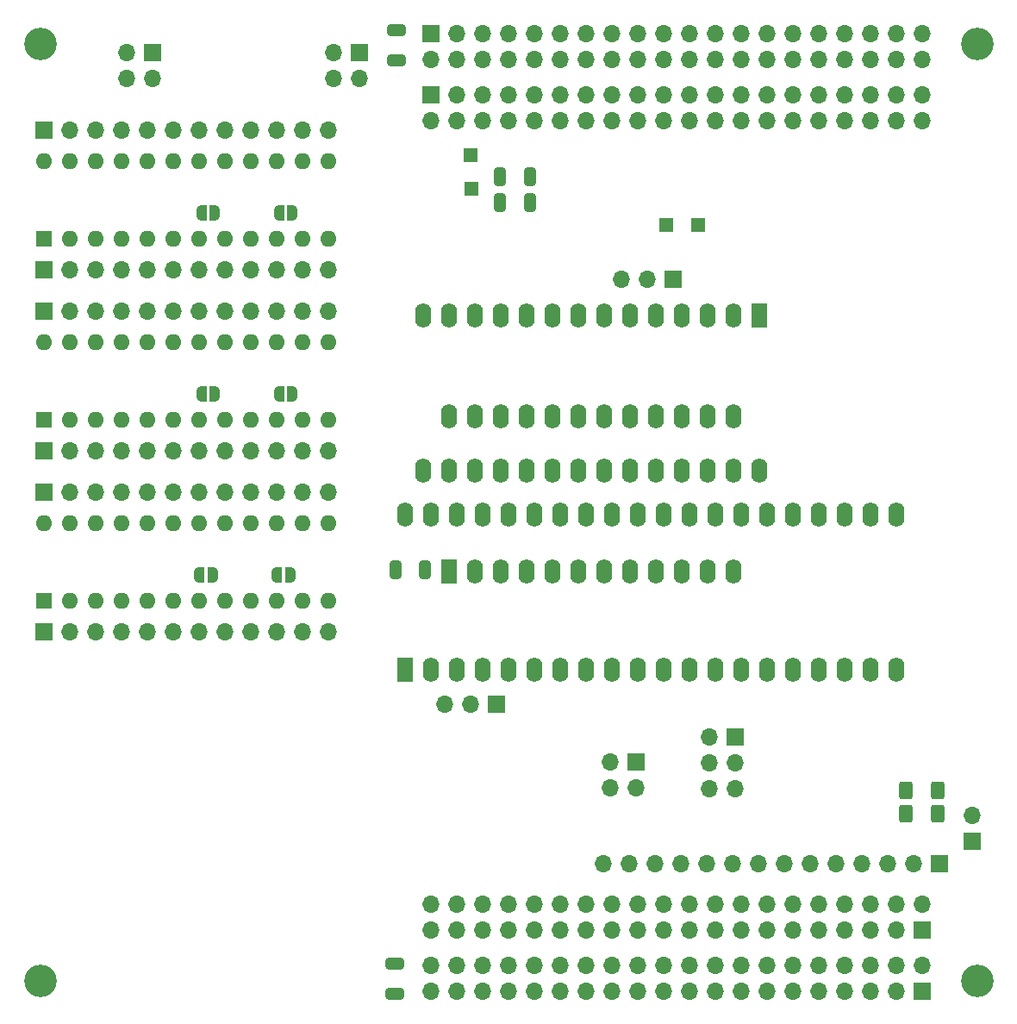
<source format=gbr>
%TF.GenerationSoftware,KiCad,Pcbnew,8.0.5-8.0.5-0~ubuntu22.04.1*%
%TF.CreationDate,2024-10-05T20:40:55+02:00*%
%TF.ProjectId,MOT_SerialBoard,4d4f545f-5365-4726-9961-6c426f617264,rev?*%
%TF.SameCoordinates,Original*%
%TF.FileFunction,Soldermask,Bot*%
%TF.FilePolarity,Negative*%
%FSLAX46Y46*%
G04 Gerber Fmt 4.6, Leading zero omitted, Abs format (unit mm)*
G04 Created by KiCad (PCBNEW 8.0.5-8.0.5-0~ubuntu22.04.1) date 2024-10-05 20:40:55*
%MOMM*%
%LPD*%
G01*
G04 APERTURE LIST*
G04 Aperture macros list*
%AMRoundRect*
0 Rectangle with rounded corners*
0 $1 Rounding radius*
0 $2 $3 $4 $5 $6 $7 $8 $9 X,Y pos of 4 corners*
0 Add a 4 corners polygon primitive as box body*
4,1,4,$2,$3,$4,$5,$6,$7,$8,$9,$2,$3,0*
0 Add four circle primitives for the rounded corners*
1,1,$1+$1,$2,$3*
1,1,$1+$1,$4,$5*
1,1,$1+$1,$6,$7*
1,1,$1+$1,$8,$9*
0 Add four rect primitives between the rounded corners*
20,1,$1+$1,$2,$3,$4,$5,0*
20,1,$1+$1,$4,$5,$6,$7,0*
20,1,$1+$1,$6,$7,$8,$9,0*
20,1,$1+$1,$8,$9,$2,$3,0*%
%AMFreePoly0*
4,1,19,0.500000,-0.750000,0.000000,-0.750000,0.000000,-0.744911,-0.071157,-0.744911,-0.207708,-0.704816,-0.327430,-0.627875,-0.420627,-0.520320,-0.479746,-0.390866,-0.500000,-0.250000,-0.500000,0.250000,-0.479746,0.390866,-0.420627,0.520320,-0.327430,0.627875,-0.207708,0.704816,-0.071157,0.744911,0.000000,0.744911,0.000000,0.750000,0.500000,0.750000,0.500000,-0.750000,0.500000,-0.750000,
$1*%
%AMFreePoly1*
4,1,19,0.000000,0.744911,0.071157,0.744911,0.207708,0.704816,0.327430,0.627875,0.420627,0.520320,0.479746,0.390866,0.500000,0.250000,0.500000,-0.250000,0.479746,-0.390866,0.420627,-0.520320,0.327430,-0.627875,0.207708,-0.704816,0.071157,-0.744911,0.000000,-0.744911,0.000000,-0.750000,-0.500000,-0.750000,-0.500000,0.750000,0.000000,0.750000,0.000000,0.744911,0.000000,0.744911,
$1*%
G04 Aperture macros list end*
%ADD10FreePoly0,180.000000*%
%ADD11FreePoly1,180.000000*%
%ADD12R,1.700000X1.700000*%
%ADD13O,1.700000X1.700000*%
%ADD14R,1.600000X1.600000*%
%ADD15O,1.600000X1.600000*%
%ADD16R,1.600000X2.400000*%
%ADD17O,1.600000X2.400000*%
%ADD18R,1.350000X1.350000*%
%ADD19C,3.200000*%
%ADD20RoundRect,0.250000X-0.650000X0.325000X-0.650000X-0.325000X0.650000X-0.325000X0.650000X0.325000X0*%
%ADD21RoundRect,0.250000X-0.400000X-0.625000X0.400000X-0.625000X0.400000X0.625000X-0.400000X0.625000X0*%
%ADD22RoundRect,0.250000X-0.325000X-0.650000X0.325000X-0.650000X0.325000X0.650000X-0.325000X0.650000X0*%
%ADD23RoundRect,0.250000X0.650000X-0.325000X0.650000X0.325000X-0.650000X0.325000X-0.650000X-0.325000X0*%
G04 APERTURE END LIST*
D10*
%TO.C,JP12*%
X78740000Y-88392000D03*
D11*
X77440000Y-88392000D03*
%TD*%
D10*
%TO.C,JP11*%
X71120000Y-88392000D03*
D11*
X69820000Y-88392000D03*
%TD*%
%TO.C,JP10*%
X77216000Y-106166000D03*
D10*
X78516000Y-106166000D03*
%TD*%
D11*
%TO.C,JP7*%
X69596000Y-106172000D03*
D10*
X70896000Y-106172000D03*
%TD*%
D12*
%TO.C,J16*%
X54356000Y-80264000D03*
D13*
X56896000Y-80264000D03*
X59436000Y-80264000D03*
X61976000Y-80264000D03*
X64516000Y-80264000D03*
X67056000Y-80264000D03*
X69596000Y-80264000D03*
X72136000Y-80264000D03*
X74676000Y-80264000D03*
X77216000Y-80264000D03*
X79756000Y-80264000D03*
X82296000Y-80264000D03*
%TD*%
D14*
%TO.C,J15*%
X54356000Y-90932000D03*
D15*
X56896000Y-90932000D03*
X59436000Y-90932000D03*
X61976000Y-90932000D03*
X64516000Y-90932000D03*
X67056000Y-90932000D03*
X69596000Y-90932000D03*
X72136000Y-90932000D03*
X74676000Y-90932000D03*
X77216000Y-90932000D03*
X79756000Y-90932000D03*
X82296000Y-90932000D03*
X82296000Y-83312000D03*
X79756000Y-83312000D03*
X77216000Y-83312000D03*
X74676000Y-83312000D03*
X72136000Y-83312000D03*
X69596000Y-83312000D03*
X67056000Y-83312000D03*
X64516000Y-83312000D03*
X61976000Y-83312000D03*
X59436000Y-83312000D03*
X56896000Y-83312000D03*
X54356000Y-83312000D03*
%TD*%
D12*
%TO.C,J14*%
X54356000Y-93980000D03*
D13*
X56896000Y-93980000D03*
X59436000Y-93980000D03*
X61976000Y-93980000D03*
X64516000Y-93980000D03*
X67056000Y-93980000D03*
X69596000Y-93980000D03*
X72136000Y-93980000D03*
X74676000Y-93980000D03*
X77216000Y-93980000D03*
X79756000Y-93980000D03*
X82296000Y-93980000D03*
%TD*%
D12*
%TO.C,J13*%
X54356000Y-98044000D03*
D13*
X56896000Y-98044000D03*
X59436000Y-98044000D03*
X61976000Y-98044000D03*
X64516000Y-98044000D03*
X67056000Y-98044000D03*
X69596000Y-98044000D03*
X72136000Y-98044000D03*
X74676000Y-98044000D03*
X77216000Y-98044000D03*
X79756000Y-98044000D03*
X82296000Y-98044000D03*
%TD*%
D14*
%TO.C,J12*%
X54356000Y-108712000D03*
D15*
X56896000Y-108712000D03*
X59436000Y-108712000D03*
X61976000Y-108712000D03*
X64516000Y-108712000D03*
X67056000Y-108712000D03*
X69596000Y-108712000D03*
X72136000Y-108712000D03*
X74676000Y-108712000D03*
X77216000Y-108712000D03*
X79756000Y-108712000D03*
X82296000Y-108712000D03*
X82296000Y-101092000D03*
X79756000Y-101092000D03*
X77216000Y-101092000D03*
X74676000Y-101092000D03*
X72136000Y-101092000D03*
X69596000Y-101092000D03*
X67056000Y-101092000D03*
X64516000Y-101092000D03*
X61976000Y-101092000D03*
X59436000Y-101092000D03*
X56896000Y-101092000D03*
X54356000Y-101092000D03*
%TD*%
D12*
%TO.C,J7*%
X54356000Y-111760000D03*
D13*
X56896000Y-111760000D03*
X59436000Y-111760000D03*
X61976000Y-111760000D03*
X64516000Y-111760000D03*
X67056000Y-111760000D03*
X69596000Y-111760000D03*
X72136000Y-111760000D03*
X74676000Y-111760000D03*
X77216000Y-111760000D03*
X79756000Y-111760000D03*
X82296000Y-111760000D03*
%TD*%
D10*
%TO.C,JP6*%
X78740000Y-70612000D03*
D11*
X77440000Y-70612000D03*
%TD*%
D10*
%TO.C,JP5*%
X71120000Y-70612000D03*
D11*
X69820000Y-70612000D03*
%TD*%
D12*
%TO.C,J37*%
X54356000Y-62484000D03*
D13*
X56896000Y-62484000D03*
X59436000Y-62484000D03*
X61976000Y-62484000D03*
X64516000Y-62484000D03*
X67056000Y-62484000D03*
X69596000Y-62484000D03*
X72136000Y-62484000D03*
X74676000Y-62484000D03*
X77216000Y-62484000D03*
X79756000Y-62484000D03*
X82296000Y-62484000D03*
%TD*%
D12*
%TO.C,J27*%
X112531000Y-124479000D03*
D13*
X109991000Y-124479000D03*
X112531000Y-127019000D03*
X109991000Y-127019000D03*
%TD*%
D12*
%TO.C,J30*%
X65024000Y-54864000D03*
D13*
X62484000Y-54864000D03*
X65024000Y-57404000D03*
X62484000Y-57404000D03*
%TD*%
D12*
%TO.C,J1*%
X92367000Y-53000000D03*
D13*
X92367000Y-55540000D03*
X94907000Y-53000000D03*
X94907000Y-55540000D03*
X97447000Y-53000000D03*
X97447000Y-55540000D03*
X99987000Y-53000000D03*
X99987000Y-55540000D03*
X102527000Y-53000000D03*
X102527000Y-55540000D03*
X105067000Y-53000000D03*
X105067000Y-55540000D03*
X107607000Y-53000000D03*
X107607000Y-55540000D03*
X110147000Y-53000000D03*
X110147000Y-55540000D03*
X112687000Y-53000000D03*
X112687000Y-55540000D03*
X115227000Y-53000000D03*
X115227000Y-55540000D03*
X117767000Y-53000000D03*
X117767000Y-55540000D03*
X120307000Y-53000000D03*
X120307000Y-55540000D03*
X122847000Y-53000000D03*
X122847000Y-55540000D03*
X125387000Y-53000000D03*
X125387000Y-55540000D03*
X127927000Y-53000000D03*
X127927000Y-55540000D03*
X130467000Y-53000000D03*
X130467000Y-55540000D03*
X133007000Y-53000000D03*
X133007000Y-55540000D03*
X135547000Y-53000000D03*
X135547000Y-55540000D03*
X138087000Y-53000000D03*
X138087000Y-55540000D03*
X140627000Y-53000000D03*
X140627000Y-55540000D03*
%TD*%
D16*
%TO.C,U1*%
X124648000Y-80674800D03*
D17*
X122108000Y-80674800D03*
X119568000Y-80674800D03*
X117028000Y-80674800D03*
X114488000Y-80674800D03*
X111948000Y-80674800D03*
X109408000Y-80674800D03*
X106868000Y-80674800D03*
X104328000Y-80674800D03*
X101788000Y-80674800D03*
X99248000Y-80674800D03*
X96708000Y-80674800D03*
X94168000Y-80674800D03*
X91628000Y-80674800D03*
X91628000Y-95914800D03*
X94168000Y-95914800D03*
X96708000Y-95914800D03*
X99248000Y-95914800D03*
X101788000Y-95914800D03*
X104328000Y-95914800D03*
X106868000Y-95914800D03*
X109408000Y-95914800D03*
X111948000Y-95914800D03*
X114488000Y-95914800D03*
X117028000Y-95914800D03*
X119568000Y-95914800D03*
X122108000Y-95914800D03*
X124648000Y-95914800D03*
%TD*%
D12*
%TO.C,J4*%
X140627000Y-141000000D03*
D13*
X140627000Y-138460000D03*
X138087000Y-141000000D03*
X138087000Y-138460000D03*
X135547000Y-141000000D03*
X135547000Y-138460000D03*
X133007000Y-141000000D03*
X133007000Y-138460000D03*
X130467000Y-141000000D03*
X130467000Y-138460000D03*
X127927000Y-141000000D03*
X127927000Y-138460000D03*
X125387000Y-141000000D03*
X125387000Y-138460000D03*
X122847000Y-141000000D03*
X122847000Y-138460000D03*
X120307000Y-141000000D03*
X120307000Y-138460000D03*
X117767000Y-141000000D03*
X117767000Y-138460000D03*
X115227000Y-141000000D03*
X115227000Y-138460000D03*
X112687000Y-141000000D03*
X112687000Y-138460000D03*
X110147000Y-141000000D03*
X110147000Y-138460000D03*
X107607000Y-141000000D03*
X107607000Y-138460000D03*
X105067000Y-141000000D03*
X105067000Y-138460000D03*
X102527000Y-141000000D03*
X102527000Y-138460000D03*
X99987000Y-141000000D03*
X99987000Y-138460000D03*
X97447000Y-141000000D03*
X97447000Y-138460000D03*
X94907000Y-141000000D03*
X94907000Y-138460000D03*
X92367000Y-141000000D03*
X92367000Y-138460000D03*
%TD*%
D12*
%TO.C,J31*%
X85344000Y-54864000D03*
D13*
X82804000Y-54864000D03*
X85344000Y-57404000D03*
X82804000Y-57404000D03*
%TD*%
D12*
%TO.C,JP3*%
X98775000Y-118875000D03*
D13*
X96235000Y-118875000D03*
X93695000Y-118875000D03*
%TD*%
D12*
%TO.C,J29*%
X54356000Y-76200000D03*
D13*
X56896000Y-76200000D03*
X59436000Y-76200000D03*
X61976000Y-76200000D03*
X64516000Y-76200000D03*
X67056000Y-76200000D03*
X69596000Y-76200000D03*
X72136000Y-76200000D03*
X74676000Y-76200000D03*
X77216000Y-76200000D03*
X79756000Y-76200000D03*
X82296000Y-76200000D03*
%TD*%
D18*
%TO.C,J10*%
X96300000Y-68200000D03*
%TD*%
D12*
%TO.C,J6*%
X122250000Y-122020000D03*
D13*
X119710000Y-122020000D03*
X122250000Y-124560000D03*
X119710000Y-124560000D03*
X122250000Y-127100000D03*
X119710000Y-127100000D03*
%TD*%
D18*
%TO.C,J5*%
X96225000Y-64925000D03*
%TD*%
D12*
%TO.C,J26*%
X145517000Y-132314000D03*
D13*
X145517000Y-129774000D03*
%TD*%
D12*
%TO.C,J2*%
X140627000Y-147000000D03*
D13*
X140627000Y-144460000D03*
X138087000Y-147000000D03*
X138087000Y-144460000D03*
X135547000Y-147000000D03*
X135547000Y-144460000D03*
X133007000Y-147000000D03*
X133007000Y-144460000D03*
X130467000Y-147000000D03*
X130467000Y-144460000D03*
X127927000Y-147000000D03*
X127927000Y-144460000D03*
X125387000Y-147000000D03*
X125387000Y-144460000D03*
X122847000Y-147000000D03*
X122847000Y-144460000D03*
X120307000Y-147000000D03*
X120307000Y-144460000D03*
X117767000Y-147000000D03*
X117767000Y-144460000D03*
X115227000Y-147000000D03*
X115227000Y-144460000D03*
X112687000Y-147000000D03*
X112687000Y-144460000D03*
X110147000Y-147000000D03*
X110147000Y-144460000D03*
X107607000Y-147000000D03*
X107607000Y-144460000D03*
X105067000Y-147000000D03*
X105067000Y-144460000D03*
X102527000Y-147000000D03*
X102527000Y-144460000D03*
X99987000Y-147000000D03*
X99987000Y-144460000D03*
X97447000Y-147000000D03*
X97447000Y-144460000D03*
X94907000Y-147000000D03*
X94907000Y-144460000D03*
X92367000Y-147000000D03*
X92367000Y-144460000D03*
%TD*%
D16*
%TO.C,U3*%
X89855000Y-115477800D03*
D17*
X92395000Y-115477800D03*
X94935000Y-115477800D03*
X97475000Y-115477800D03*
X100015000Y-115477800D03*
X102555000Y-115477800D03*
X105095000Y-115477800D03*
X107635000Y-115477800D03*
X110175000Y-115477800D03*
X112715000Y-115477800D03*
X115255000Y-115477800D03*
X117795000Y-115477800D03*
X120335000Y-115477800D03*
X122875000Y-115477800D03*
X125415000Y-115477800D03*
X127955000Y-115477800D03*
X130495000Y-115477800D03*
X133035000Y-115477800D03*
X135575000Y-115477800D03*
X138115000Y-115477800D03*
X138115000Y-100237800D03*
X135575000Y-100237800D03*
X133035000Y-100237800D03*
X130495000Y-100237800D03*
X127955000Y-100237800D03*
X125415000Y-100237800D03*
X122875000Y-100237800D03*
X120335000Y-100237800D03*
X117795000Y-100237800D03*
X115255000Y-100237800D03*
X112715000Y-100237800D03*
X110175000Y-100237800D03*
X107635000Y-100237800D03*
X105095000Y-100237800D03*
X102555000Y-100237800D03*
X100015000Y-100237800D03*
X97475000Y-100237800D03*
X94935000Y-100237800D03*
X92395000Y-100237800D03*
X89855000Y-100237800D03*
%TD*%
D19*
%TO.C,H3*%
X146000000Y-54000000D03*
%TD*%
D12*
%TO.C,J11*%
X142325000Y-134525000D03*
D13*
X139785000Y-134525000D03*
X137245000Y-134525000D03*
X134705000Y-134525000D03*
X132165000Y-134525000D03*
X129625000Y-134525000D03*
X127085000Y-134525000D03*
X124545000Y-134525000D03*
X122005000Y-134525000D03*
X119465000Y-134525000D03*
X116925000Y-134525000D03*
X114385000Y-134525000D03*
X111845000Y-134525000D03*
X109305000Y-134525000D03*
%TD*%
D14*
%TO.C,J35*%
X54356000Y-73152000D03*
D15*
X56896000Y-73152000D03*
X59436000Y-73152000D03*
X61976000Y-73152000D03*
X64516000Y-73152000D03*
X67056000Y-73152000D03*
X69596000Y-73152000D03*
X72136000Y-73152000D03*
X74676000Y-73152000D03*
X77216000Y-73152000D03*
X79756000Y-73152000D03*
X82296000Y-73152000D03*
X82296000Y-65532000D03*
X79756000Y-65532000D03*
X77216000Y-65532000D03*
X74676000Y-65532000D03*
X72136000Y-65532000D03*
X69596000Y-65532000D03*
X67056000Y-65532000D03*
X64516000Y-65532000D03*
X61976000Y-65532000D03*
X59436000Y-65532000D03*
X56896000Y-65532000D03*
X54356000Y-65532000D03*
%TD*%
D12*
%TO.C,J3*%
X92367000Y-59000000D03*
D13*
X92367000Y-61540000D03*
X94907000Y-59000000D03*
X94907000Y-61540000D03*
X97447000Y-59000000D03*
X97447000Y-61540000D03*
X99987000Y-59000000D03*
X99987000Y-61540000D03*
X102527000Y-59000000D03*
X102527000Y-61540000D03*
X105067000Y-59000000D03*
X105067000Y-61540000D03*
X107607000Y-59000000D03*
X107607000Y-61540000D03*
X110147000Y-59000000D03*
X110147000Y-61540000D03*
X112687000Y-59000000D03*
X112687000Y-61540000D03*
X115227000Y-59000000D03*
X115227000Y-61540000D03*
X117767000Y-59000000D03*
X117767000Y-61540000D03*
X120307000Y-59000000D03*
X120307000Y-61540000D03*
X122847000Y-59000000D03*
X122847000Y-61540000D03*
X125387000Y-59000000D03*
X125387000Y-61540000D03*
X127927000Y-59000000D03*
X127927000Y-61540000D03*
X130467000Y-59000000D03*
X130467000Y-61540000D03*
X133007000Y-59000000D03*
X133007000Y-61540000D03*
X135547000Y-59000000D03*
X135547000Y-61540000D03*
X138087000Y-59000000D03*
X138087000Y-61540000D03*
X140627000Y-59000000D03*
X140627000Y-61540000D03*
%TD*%
D12*
%TO.C,JP1*%
X116125000Y-77125000D03*
D13*
X113585000Y-77125000D03*
X111045000Y-77125000D03*
%TD*%
D19*
%TO.C,H1*%
X54000000Y-54000000D03*
%TD*%
%TO.C,H2*%
X54000000Y-146000000D03*
%TD*%
D16*
%TO.C,U4*%
X94168000Y-105820800D03*
D17*
X96708000Y-105820800D03*
X99248000Y-105820800D03*
X101788000Y-105820800D03*
X104328000Y-105820800D03*
X106868000Y-105820800D03*
X109408000Y-105820800D03*
X111948000Y-105820800D03*
X114488000Y-105820800D03*
X117028000Y-105820800D03*
X119568000Y-105820800D03*
X122108000Y-105820800D03*
X122108000Y-90580800D03*
X119568000Y-90580800D03*
X117028000Y-90580800D03*
X114488000Y-90580800D03*
X111948000Y-90580800D03*
X109408000Y-90580800D03*
X106868000Y-90580800D03*
X104328000Y-90580800D03*
X101788000Y-90580800D03*
X99248000Y-90580800D03*
X96708000Y-90580800D03*
X94168000Y-90580800D03*
%TD*%
D19*
%TO.C,H4*%
X146000000Y-146000000D03*
%TD*%
D20*
%TO.C,C2*%
X88800000Y-144300000D03*
X88800000Y-147250000D03*
%TD*%
D18*
%TO.C,J8*%
X115425000Y-71800000D03*
%TD*%
D21*
%TO.C,R4*%
X139025000Y-127325000D03*
X142125000Y-127325000D03*
%TD*%
D22*
%TO.C,C5*%
X99158000Y-69596000D03*
X102108000Y-69596000D03*
%TD*%
D18*
%TO.C,J9*%
X118625000Y-71800000D03*
%TD*%
D21*
%TO.C,R5*%
X139000000Y-129625000D03*
X142100000Y-129625000D03*
%TD*%
D23*
%TO.C,C1*%
X89000000Y-55600000D03*
X89000000Y-52650000D03*
%TD*%
D22*
%TO.C,C6*%
X88850000Y-105625000D03*
X91800000Y-105625000D03*
%TD*%
%TO.C,C4*%
X99158000Y-67056000D03*
X102108000Y-67056000D03*
%TD*%
M02*

</source>
